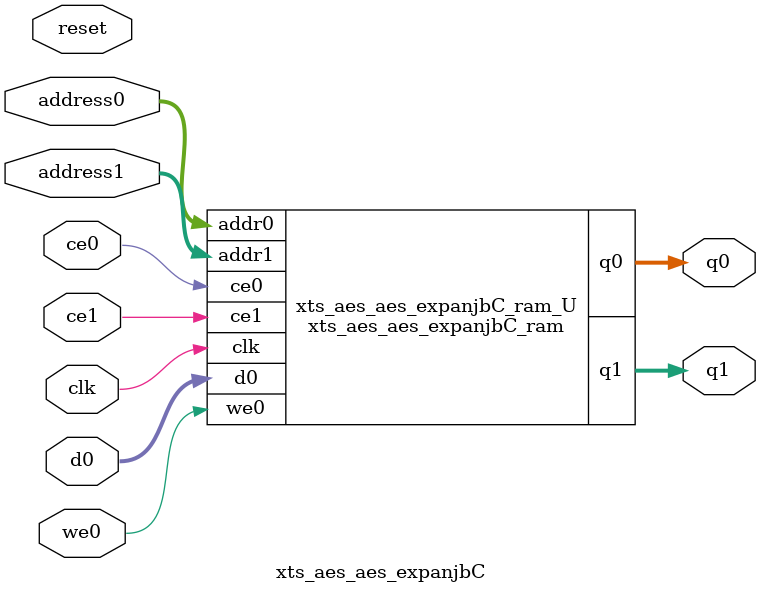
<source format=v>
`timescale 1 ns / 1 ps
module xts_aes_aes_expanjbC_ram (addr0, ce0, d0, we0, q0, addr1, ce1, q1,  clk);

parameter DWIDTH = 16;
parameter AWIDTH = 8;
parameter MEM_SIZE = 240;

input[AWIDTH-1:0] addr0;
input ce0;
input[DWIDTH-1:0] d0;
input we0;
output reg[DWIDTH-1:0] q0;
input[AWIDTH-1:0] addr1;
input ce1;
output reg[DWIDTH-1:0] q1;
input clk;

(* ram_style = "block" *)reg [DWIDTH-1:0] ram[0:MEM_SIZE-1];




always @(posedge clk)  
begin 
    if (ce0) 
    begin
        if (we0) 
        begin 
            ram[addr0] <= d0; 
        end 
        q0 <= ram[addr0];
    end
end


always @(posedge clk)  
begin 
    if (ce1) 
    begin
        q1 <= ram[addr1];
    end
end


endmodule

`timescale 1 ns / 1 ps
module xts_aes_aes_expanjbC(
    reset,
    clk,
    address0,
    ce0,
    we0,
    d0,
    q0,
    address1,
    ce1,
    q1);

parameter DataWidth = 32'd16;
parameter AddressRange = 32'd240;
parameter AddressWidth = 32'd8;
input reset;
input clk;
input[AddressWidth - 1:0] address0;
input ce0;
input we0;
input[DataWidth - 1:0] d0;
output[DataWidth - 1:0] q0;
input[AddressWidth - 1:0] address1;
input ce1;
output[DataWidth - 1:0] q1;



xts_aes_aes_expanjbC_ram xts_aes_aes_expanjbC_ram_U(
    .clk( clk ),
    .addr0( address0 ),
    .ce0( ce0 ),
    .we0( we0 ),
    .d0( d0 ),
    .q0( q0 ),
    .addr1( address1 ),
    .ce1( ce1 ),
    .q1( q1 ));

endmodule


</source>
